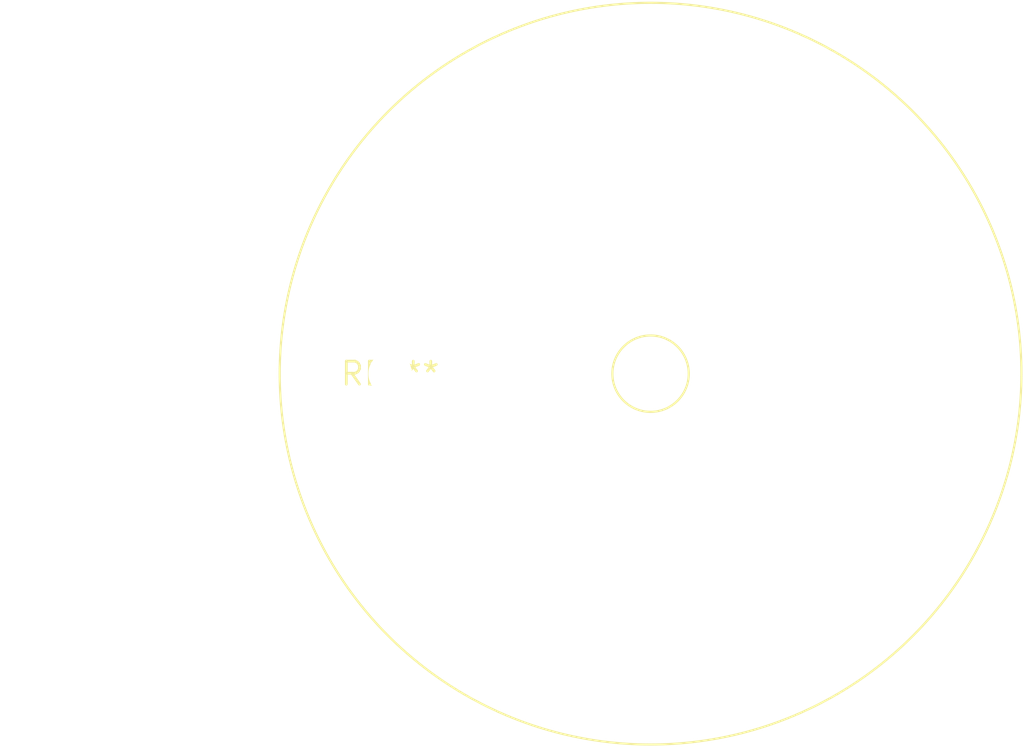
<source format=kicad_pcb>
(kicad_pcb (version 20240108) (generator pcbnew)
  (layers (0 "F.Cu" signal) (31 "B.Cu" signal) (34 "B.Paste" user) (35 "F.Paste" user) (36 "B.SilkS" user "B.Silkscreen") (37 "F.SilkS" user "F.Silkscreen") (38 "B.Mask" user) (39 "F.Mask" user) (44 "Edge.Cuts" user))
  (net 0 "")
  (footprint "L_Radial_D40.6mm_P28.70mm_Vishay_IHB-5" (layer "F.Cu") (at 0 0)
    (property "Reference" "REF**")
    (property "Value" "L_Radial_D40.6mm_P28.70mm_Vishay_IHB-5")
    (fp_circle (center 14.35 0) (end 16.455 0) (layer "F.SilkS") (stroke (width 0.12)) (fill none))
    (fp_circle (center 14.35 0) (end 34.79 0) (layer "F.SilkS") (stroke (width 0.12)) (fill none))
    (pad "1" thru_hole circle (at 0 0) (size 4.8 4.8) (drill 2.4) (layers *.Cu *.Mask) (remove_unused_layers))
    (pad "2" thru_hole circle (at 28.7 0) (size 4.8 4.8) (drill 2.4) (layers *.Cu *.Mask) (remove_unused_layers))
  )
)
</source>
